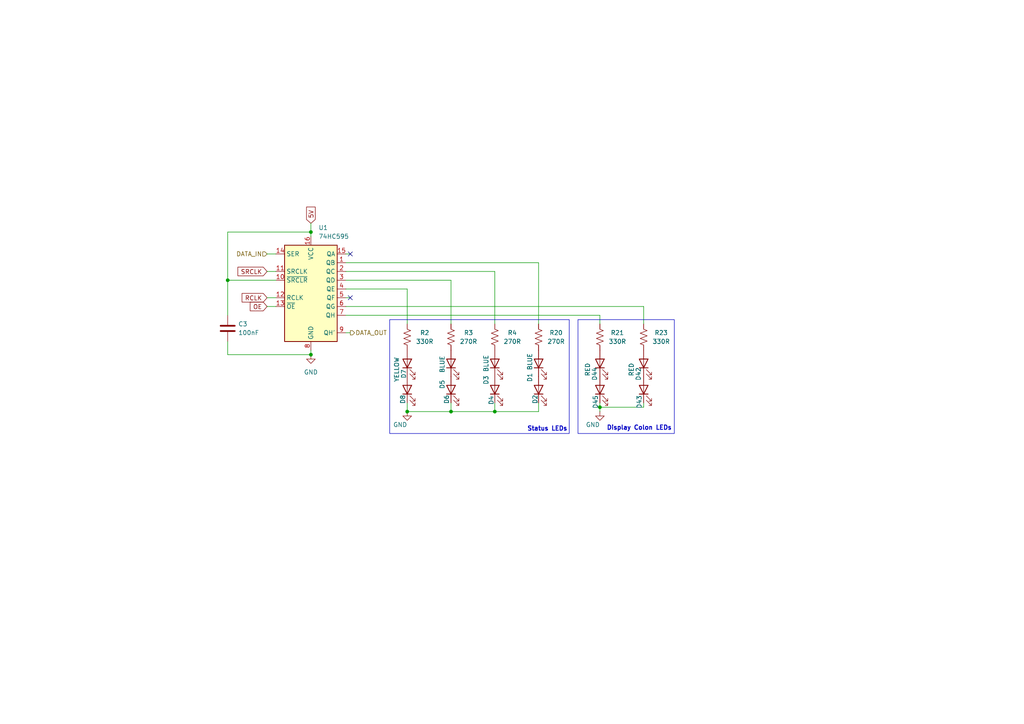
<source format=kicad_sch>
(kicad_sch (version 20231120) (generator "eeschema") (generator_version "8.0")
  (paper "A4")
  (title_block (date "2024-04-23") (rev "2"))
  (lib_symbols
    (symbol "74xx:74HC595"
      (property "Reference" "U" (at -7.62 13.97 0))
      (property "Value" "74HC595" (at -7.62 -16.51 0))
      (symbol "74HC595_1_0"
        (pin tri_state line (at 10.16 7.62 180) (length 2.54) (name "QB") (number "1"))
        (pin input line (at -10.16 2.54 0) (length 2.54) (name "~{SRCLR}") (number "10"))
        (pin input line (at -10.16 5.08 0) (length 2.54) (name "SRCLK") (number "11"))
        (pin input line (at -10.16 -2.54 0) (length 2.54) (name "RCLK") (number "12"))
        (pin input line (at -10.16 -5.08 0) (length 2.54) (name "~{OE}") (number "13"))
        (pin input line (at -10.16 10.16 0) (length 2.54) (name "SER") (number "14"))
        (pin tri_state line (at 10.16 10.16 180) (length 2.54) (name "QA") (number "15"))
        (pin power_in line (at 0 15.24 270) (length 2.54) (name "VCC") (number "16"))
        (pin tri_state line (at 10.16 5.08 180) (length 2.54) (name "QC") (number "2"))
        (pin tri_state line (at 10.16 2.54 180) (length 2.54) (name "QD") (number "3"))
        (pin tri_state line (at 10.16 0 180) (length 2.54) (name "QE") (number "4"))
        (pin tri_state line (at 10.16 -2.54 180) (length 2.54) (name "QF") (number "5"))
        (pin tri_state line (at 10.16 -5.08 180) (length 2.54) (name "QG") (number "6"))
        (pin tri_state line (at 10.16 -7.62 180) (length 2.54) (name "QH") (number "7"))
        (pin power_in line (at 0 -17.78 90) (length 2.54) (name "GND") (number "8"))
        (pin output line (at 10.16 -12.7 180) (length 2.54) (name "QH'") (number "9"))
      )
      (symbol "74HC595_1_1"
        (rectangle (start -7.62 12.7) (end 7.62 -15.24) (stroke (width 0.254)) (fill (type background)))
      )
    )
    (symbol "Device:C" (pin_numbers hide) (pin_names (offset 0.254))
      (property "Reference" "C" (at 0.635 2.54 0))
      (property "Value" "C" (at 0.635 -2.54 0))
      (symbol "C_0_1"
        (polyline (pts (xy -2.032 -0.762) (xy 2.032 -0.762)) (stroke (width 0.508)))
        (polyline (pts (xy -2.032 0.762) (xy 2.032 0.762)) (stroke (width 0.508)))
      )
      (symbol "C_1_1"
        (pin passive line (at 0 3.81 270) (length 2.794) (name "~") (number "1"))
        (pin passive line (at 0 -3.81 90) (length 2.794) (name "~") (number "2"))
      )
    )
    (symbol "Device:LED" (pin_numbers hide) (pin_names (offset 1.016) hide)
      (property "Reference" "D" (at 0 2.54 0))
      (property "Value" "LED" (at 0 -2.54 0))
      (symbol "LED_0_1"
        (polyline (pts (xy -1.27 -1.27) (xy -1.27 1.27)) (stroke (width 0.254)))
        (polyline (pts (xy -1.27 0) (xy 1.27 0)))
        (polyline (pts (xy 1.27 -1.27) (xy 1.27 1.27) (xy -1.27 0) (xy 1.27 -1.27)) (stroke (width 0.254)))
        (polyline (pts (xy -3.048 -0.762) (xy -4.572 -2.286) (xy -3.81 -2.286) (xy -4.572 -2.286) (xy -4.572 -1.524)))
        (polyline (pts (xy -1.778 -0.762) (xy -3.302 -2.286) (xy -2.54 -2.286) (xy -3.302 -2.286) (xy -3.302 -1.524)))
      )
      (symbol "LED_1_1"
        (pin passive line (at -3.81 0 0) (length 2.54) (name "K") (number "1"))
        (pin passive line (at 3.81 0 180) (length 2.54) (name "A") (number "2"))
      )
    )
    (symbol "Device:R_US" (pin_numbers hide) (pin_names (offset 0))
      (property "Reference" "R" (at 2.54 0 90))
      (property "Value" "R_US" (at -2.54 0 90))
      (symbol "R_US_0_1"
        (polyline (pts (xy 0 -2.286) (xy 0 -2.54)))
        (polyline (pts (xy 0 2.286) (xy 0 2.54)))
        (polyline (pts (xy 0 -0.762) (xy 1.016 -1.143) (xy 0 -1.524) (xy -1.016 -1.905) (xy 0 -2.286)))
        (polyline (pts (xy 0 0.762) (xy 1.016 0.381) (xy 0 0) (xy -1.016 -0.381) (xy 0 -0.762)))
        (polyline (pts (xy 0 2.286) (xy 1.016 1.905) (xy 0 1.524) (xy -1.016 1.143) (xy 0 0.762)))
      )
      (symbol "R_US_1_1"
        (pin passive line (at 0 3.81 270) (length 1.27) (name "~") (number "1"))
        (pin passive line (at 0 -3.81 90) (length 1.27) (name "~") (number "2"))
      )
    )
    (symbol "power:GND" (power) (pin_numbers hide) (pin_names (offset 0) hide)
      (property "Value" "GND" (at 0 -3.81 0))
      (symbol "GND_0_1"
        (polyline (pts (xy 0 0) (xy 0 -1.27) (xy 1.27 -1.27) (xy 0 -2.54) (xy -1.27 -1.27) (xy 0 -1.27)))
      )
      (symbol "GND_1_1"
        (pin power_in line (at 0 0 270) (length 0) (name "~") (number "1"))
      )
    )
  )
  (junction (at 90.17 67.31))
  (junction (at 66.04 81.28))
  (junction (at 173.99 118.11))
  (junction (at 118.11 119.38))
  (junction (at 130.81 119.38))
  (junction (at 143.51 119.38))
  (junction (at 90.17 102.87))
  (no_connect (at 101.6 73.66))
  (no_connect (at 101.6 86.36))
  (wire (pts (xy 66.04 102.87) (xy 90.17 102.87)))
  (wire (pts (xy 100.33 73.66) (xy 101.6 73.66)))
  (wire (pts (xy 100.33 88.9) (xy 186.69 88.9)))
  (wire (pts (xy 100.33 78.74) (xy 143.51 78.74)))
  (wire (pts (xy 66.04 99.06) (xy 66.04 102.87)))
  (wire (pts (xy 118.11 119.38) (xy 130.81 119.38)))
  (wire (pts (xy 100.33 76.2) (xy 156.21 76.2)))
  (wire (pts (xy 77.47 86.36) (xy 80.01 86.36)))
  (wire (pts (xy 66.04 81.28) (xy 66.04 67.31)))
  (wire (pts (xy 100.33 91.44) (xy 173.99 91.44)))
  (wire (pts (xy 77.47 88.9) (xy 80.01 88.9)))
  (wire (pts (xy 66.04 81.28) (xy 66.04 91.44)))
  (wire (pts (xy 118.11 83.82) (xy 118.11 93.98)))
  (wire (pts (xy 186.69 118.11) (xy 173.99 118.11)))
  (wire (pts (xy 173.99 91.44) (xy 173.99 93.98)))
  (wire (pts (xy 118.11 116.84) (xy 118.11 119.38)))
  (wire (pts (xy 130.81 119.38) (xy 143.51 119.38)))
  (wire (pts (xy 173.99 118.11) (xy 173.99 119.38)))
  (wire (pts (xy 90.17 67.31) (xy 90.17 68.58)))
  (wire (pts (xy 130.81 116.84) (xy 130.81 119.38)))
  (wire (pts (xy 100.33 86.36) (xy 101.6 86.36)))
  (wire (pts (xy 100.33 96.52) (xy 101.6 96.52)))
  (wire (pts (xy 66.04 81.28) (xy 80.01 81.28)))
  (wire (pts (xy 90.17 101.6) (xy 90.17 102.87)))
  (wire (pts (xy 130.81 81.28) (xy 130.81 93.98)))
  (wire (pts (xy 77.47 73.66) (xy 80.01 73.66)))
  (wire (pts (xy 90.17 64.77) (xy 90.17 67.31)))
  (wire (pts (xy 66.04 67.31) (xy 90.17 67.31)))
  (wire (pts (xy 156.21 119.38) (xy 143.51 119.38)))
  (wire (pts (xy 186.69 116.84) (xy 186.69 118.11)))
  (wire (pts (xy 77.47 78.74) (xy 80.01 78.74)))
  (wire (pts (xy 100.33 81.28) (xy 130.81 81.28)))
  (wire (pts (xy 100.33 83.82) (xy 118.11 83.82)))
  (wire (pts (xy 143.51 78.74) (xy 143.51 93.98)))
  (wire (pts (xy 186.69 88.9) (xy 186.69 93.98)))
  (wire (pts (xy 156.21 76.2) (xy 156.21 93.98)))
  (wire (pts (xy 156.21 116.84) (xy 156.21 119.38)))
  (wire (pts (xy 143.51 116.84) (xy 143.51 119.38)))
  (wire (pts (xy 173.99 116.84) (xy 173.99 118.11)))
  (rectangle (start 113.03 92.71) (end 165.1 125.73))
  (rectangle (start 167.64 92.71) (end 195.58 125.73))
  (text "Status LEDs\n" (at 158.75 124.46 0) (effects (font (size 1.27 1.27) (thickness 0.254) (bold yes))))
  (text "Display Colon LEDs\n" (at 185.42 124.206 0) (effects (font (size 1.27 1.27) (thickness 0.254) (bold yes))))
  (global_label "RCLK" (shape input) (at 77.47 86.36 180) (property "Intersheetrefs" "${INTERSHEET_REFS}" (effects (hide yes))))
  (global_label "SRCLK" (shape input) (at 77.47 78.74 180) (property "Intersheetrefs" "${INTERSHEET_REFS}" (effects (hide yes))))
  (global_label "OE" (shape input) (at 77.47 88.9 180) (property "Intersheetrefs" "${INTERSHEET_REFS}" (effects (hide yes))))
  (global_label "5V" (shape input) (at 90.17 64.77 90) (property "Intersheetrefs" "${INTERSHEET_REFS}" (effects (hide yes))))
  (hierarchical_label "DATA_OUT" (shape output) (at 101.6 96.52 0))
  (hierarchical_label "DATA_IN" (shape input) (at 77.47 73.66 180))
  (symbol (lib_id "Device:R_US") (at 186.69 97.79 0) (unit 1)
    (property "Reference" "R23" (at 191.77 96.52 0))
    (property "Value" "330R" (at 191.77 99.06 0))
    (property "Footprint" "Resistor_SMD:R_0805_2012Metric" (effects (hide yes)))
    (property "Description" "Resistor, US symbol" (effects (hide yes)))
    (property "Digikey PN" "RMCF0805FT330RCT-ND" (effects (hide yes)))
  )
  (symbol (lib_id "power:GND") (at 90.17 102.87 0) (unit 1)
    (property "Reference" "#PWR09" (effects (hide yes)))
    (property "Value" "GND" (at 90.17 107.95 0))
    (property "Description" "Power symbol creates a global label with name \"GND\" , ground" (effects (hide yes)))
  )
  (symbol (lib_id "Device:R_US") (at 130.81 97.79 0) (unit 1)
    (property "Reference" "R3" (at 135.89 96.52 0))
    (property "Value" "270R" (at 135.89 99.06 0))
    (property "Footprint" "Resistor_SMD:R_0805_2012Metric" (effects (hide yes)))
    (property "Description" "Resistor, US symbol" (effects (hide yes)))
    (property "Digikey PN" "RMCF0805FT330RCT-ND" (effects (hide yes)))
  )
  (symbol (lib_id "Device:LED") (at 186.69 113.03 90) (unit 1)
    (property "Reference" "D43" (at 185.42 116.586 0))
    (property "Value" "RED" (effects (hide yes)))
    (property "Footprint" "LED_SMD:LED_0805_2012Metric" (effects (hide yes)))
    (property "Description" "Light emitting diode" (effects (hide yes)))
    (property "Digikey PN" "732-4984-1-ND" (effects (hide yes)))
  )
  (symbol (lib_id "Device:LED") (at 173.99 105.41 90) (unit 1)
    (property "Reference" "D44" (at 172.466 108.458 0))
    (property "Value" "RED" (at 170.434 107.188 0))
    (property "Footprint" "LED_SMD:LED_0805_2012Metric" (effects (hide yes)))
    (property "Description" "Light emitting diode" (effects (hide yes)))
    (property "Digikey PN" "732-4984-1-ND" (effects (hide yes)))
  )
  (symbol (lib_id "Device:R_US") (at 173.99 97.79 0) (unit 1)
    (property "Reference" "R21" (at 179.07 96.52 0))
    (property "Value" "330R" (at 179.07 99.06 0))
    (property "Footprint" "Resistor_SMD:R_0805_2012Metric" (effects (hide yes)))
    (property "Description" "Resistor, US symbol" (effects (hide yes)))
    (property "Digikey PN" "RMCF0805FT330RCT-ND" (effects (hide yes)))
  )
  (symbol (lib_id "Device:LED") (at 118.11 113.03 90) (unit 1)
    (property "Reference" "D8" (at 116.84 115.824 0))
    (property "Value" "YELLOW" (effects (hide yes)))
    (property "Footprint" "LED_SMD:LED_0805_2012Metric" (effects (hide yes)))
    (property "Description" "Light emitting diode" (effects (hide yes)))
    (property "Digikey PN" "732-4987-1-ND" (effects (hide yes)))
  )
  (symbol (lib_id "Device:R_US") (at 156.21 97.79 0) (unit 1)
    (property "Reference" "R20" (at 161.29 96.52 0))
    (property "Value" "270R" (at 161.29 99.06 0))
    (property "Footprint" "Resistor_SMD:R_0805_2012Metric" (effects (hide yes)))
    (property "Description" "Resistor, US symbol" (effects (hide yes)))
    (property "Digikey PN" "RMCF0805FT330RCT-ND" (effects (hide yes)))
  )
  (symbol (lib_id "Device:LED") (at 156.21 113.03 90) (unit 1)
    (property "Reference" "D2" (at 155.194 115.824 0))
    (property "Value" "BLUE" (effects (hide yes)))
    (property "Footprint" "LED_SMD:LED_0805_2012Metric" (effects (hide yes)))
    (property "Description" "Light emitting diode" (effects (hide yes)))
    (property "Digikey PN" "732-4982-1-ND" (effects (hide yes)))
  )
  (symbol (lib_id "Device:R_US") (at 118.11 97.79 0) (unit 1)
    (property "Reference" "R2" (at 123.19 96.52 0))
    (property "Value" "330R" (at 123.19 99.06 0))
    (property "Footprint" "Resistor_SMD:R_0805_2012Metric" (effects (hide yes)))
    (property "Description" "Resistor, US symbol" (effects (hide yes)))
    (property "Digikey PN" "RMCF0805FT330RCT-ND" (effects (hide yes)))
  )
  (symbol (lib_id "Device:LED") (at 143.51 113.03 90) (unit 1)
    (property "Reference" "D4" (at 142.494 116.078 0))
    (property "Value" "BLUE" (effects (hide yes)))
    (property "Footprint" "LED_SMD:LED_0805_2012Metric" (effects (hide yes)))
    (property "Description" "Light emitting diode" (effects (hide yes)))
    (property "Digikey PN" "732-4982-1-ND" (effects (hide yes)))
  )
  (symbol (lib_id "power:GND") (at 173.99 119.38 0) (unit 1)
    (property "Reference" "#PWR05" (effects (hide yes)))
    (property "Value" "GND" (at 173.9901 123.19 0) (effects (justify right)))
    (property "Description" "Power symbol creates a global label with name \"GND\" , ground" (effects (hide yes)))
  )
  (symbol (lib_id "Device:R_US") (at 143.51 97.79 0) (unit 1)
    (property "Reference" "R4" (at 148.59 96.52 0))
    (property "Value" "270R" (at 148.59 99.06 0))
    (property "Footprint" "Resistor_SMD:R_0805_2012Metric" (effects (hide yes)))
    (property "Description" "Resistor, US symbol" (effects (hide yes)))
    (property "Digikey PN" "RMCF0805FT330RCT-ND" (effects (hide yes)))
  )
  (symbol (lib_id "Device:LED") (at 143.51 105.41 90) (unit 1)
    (property "Reference" "D3" (at 140.97 110.236 0))
    (property "Value" "BLUE" (at 140.97 105.41 0))
    (property "Footprint" "LED_SMD:LED_0805_2012Metric" (effects (hide yes)))
    (property "Description" "Light emitting diode" (effects (hide yes)))
    (property "Digikey PN" "732-4982-1-ND" (effects (hide yes)))
  )
  (symbol (lib_id "Device:LED") (at 156.21 105.41 90) (unit 1)
    (property "Reference" "D1" (at 153.67 109.474 0))
    (property "Value" "BLUE" (at 153.67 104.902 0))
    (property "Footprint" "LED_SMD:LED_0805_2012Metric" (effects (hide yes)))
    (property "Description" "Light emitting diode" (effects (hide yes)))
    (property "Digikey PN" "732-4982-1-ND" (effects (hide yes)))
  )
  (symbol (lib_id "Device:LED") (at 130.81 105.41 90) (unit 1)
    (property "Reference" "D5" (at 128.27 111.506 0))
    (property "Value" "BLUE" (at 128.27 105.664 0))
    (property "Footprint" "LED_SMD:LED_0805_2012Metric" (effects (hide yes)))
    (property "Description" "Light emitting diode" (effects (hide yes)))
    (property "Digikey PN" "732-4982-1-ND" (effects (hide yes)))
  )
  (symbol (lib_id "Device:LED") (at 118.11 105.41 90) (unit 1)
    (property "Reference" "D7" (at 117.094 108.458 0))
    (property "Value" "YELLOW" (at 115.062 107.188 0))
    (property "Footprint" "LED_SMD:LED_0805_2012Metric" (effects (hide yes)))
    (property "Description" "Light emitting diode" (effects (hide yes)))
    (property "Digikey PN" "732-4987-1-ND" (effects (hide yes)))
  )
  (symbol (lib_id "74xx:74HC595") (at 90.17 83.82 0) (unit 1)
    (property "Reference" "U1" (at 92.3641 66.04 0) (effects (justify left)))
    (property "Value" "74HC595" (at 92.3641 68.58 0) (effects (justify left)))
    (property "Footprint" "ImportedFootprints:CD74HC595E" (effects (hide yes)))
    (property "Datasheet" "http://www.ti.com/lit/ds/symlink/sn74hc595.pdf" (effects (hide yes)))
    (property "Description" "8-bit serial in/out Shift Register 3-State Outputs" (effects (hide yes)))
    (property "Digikey PN" "296-1600-5-ND" (effects (hide yes)))
  )
  (symbol (lib_id "Device:LED") (at 186.69 105.41 90) (unit 1)
    (property "Reference" "D42" (at 185.166 108.458 0))
    (property "Value" "RED" (at 183.134 107.188 0))
    (property "Footprint" "LED_SMD:LED_0805_2012Metric" (effects (hide yes)))
    (property "Description" "Light emitting diode" (effects (hide yes)))
    (property "Digikey PN" "732-4984-1-ND" (effects (hide yes)))
  )
  (symbol (lib_id "power:GND") (at 118.11 119.38 0) (unit 1)
    (property "Reference" "#PWR03" (effects (hide yes)))
    (property "Value" "GND" (at 118.1101 123.19 0) (effects (justify right)))
    (property "Description" "Power symbol creates a global label with name \"GND\" , ground" (effects (hide yes)))
  )
  (symbol (lib_id "Device:C") (at 66.04 95.25 0) (unit 1)
    (property "Reference" "C3" (at 69.088 93.98 0) (effects (justify left)))
    (property "Value" "100nF" (at 69.088 96.52 0) (effects (justify left)))
    (property "Footprint" "Capacitor_SMD:C_0805_2012Metric" (effects (hide yes)))
    (property "Description" "Unpolarized capacitor" (effects (hide yes)))
    (property "Digikey PN" "1276-1003-1-ND" (effects (hide yes)))
  )
  (symbol (lib_id "Device:LED") (at 130.81 113.03 90) (unit 1)
    (property "Reference" "D6" (at 129.54 115.824 0))
    (property "Value" "BLUE" (effects (hide yes)))
    (property "Footprint" "LED_SMD:LED_0805_2012Metric" (effects (hide yes)))
    (property "Description" "Light emitting diode" (effects (hide yes)))
    (property "Digikey PN" "732-4982-1-ND" (effects (hide yes)))
  )
  (symbol (lib_id "Device:LED") (at 173.99 113.03 90) (unit 1)
    (property "Reference" "D45" (at 172.72 116.586 0))
    (property "Value" "RED" (effects (hide yes)))
    (property "Footprint" "LED_SMD:LED_0805_2012Metric" (effects (hide yes)))
    (property "Description" "Light emitting diode" (effects (hide yes)))
    (property "Digikey PN" "732-4984-1-ND" (effects (hide yes)))
  )
)
</source>
